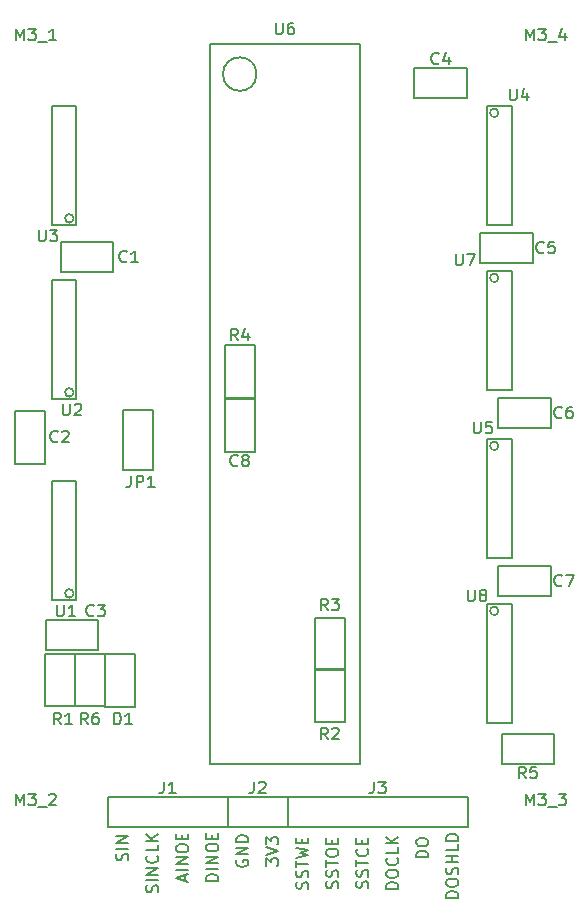
<source format=gto>
G04 #@! TF.FileFunction,Legend,Top*
%FSLAX46Y46*%
G04 Gerber Fmt 4.6, Leading zero omitted, Abs format (unit mm)*
G04 Created by KiCad (PCBNEW 4.0.7) date 05/24/21 14:21:38*
%MOMM*%
%LPD*%
G01*
G04 APERTURE LIST*
%ADD10C,0.200000*%
%ADD11C,0.150000*%
%ADD12C,0.300000*%
%ADD13R,1.600000X1.700000*%
%ADD14R,1.700000X1.600000*%
%ADD15C,2.000000*%
%ADD16R,3.000000X0.900000*%
%ADD17C,7.200000*%
G04 APERTURE END LIST*
D10*
X40706381Y-81506476D02*
X39706381Y-81506476D01*
X39706381Y-81268381D01*
X39754000Y-81125523D01*
X39849238Y-81030285D01*
X39944476Y-80982666D01*
X40134952Y-80935047D01*
X40277810Y-80935047D01*
X40468286Y-80982666D01*
X40563524Y-81030285D01*
X40658762Y-81125523D01*
X40706381Y-81268381D01*
X40706381Y-81506476D01*
X39706381Y-80316000D02*
X39706381Y-80125523D01*
X39754000Y-80030285D01*
X39849238Y-79935047D01*
X40039714Y-79887428D01*
X40373048Y-79887428D01*
X40563524Y-79935047D01*
X40658762Y-80030285D01*
X40706381Y-80125523D01*
X40706381Y-80316000D01*
X40658762Y-80411238D01*
X40563524Y-80506476D01*
X40373048Y-80554095D01*
X40039714Y-80554095D01*
X39849238Y-80506476D01*
X39754000Y-80411238D01*
X39706381Y-80316000D01*
X40658762Y-79506476D02*
X40706381Y-79363619D01*
X40706381Y-79125523D01*
X40658762Y-79030285D01*
X40611143Y-78982666D01*
X40515905Y-78935047D01*
X40420667Y-78935047D01*
X40325429Y-78982666D01*
X40277810Y-79030285D01*
X40230190Y-79125523D01*
X40182571Y-79316000D01*
X40134952Y-79411238D01*
X40087333Y-79458857D01*
X39992095Y-79506476D01*
X39896857Y-79506476D01*
X39801619Y-79458857D01*
X39754000Y-79411238D01*
X39706381Y-79316000D01*
X39706381Y-79077904D01*
X39754000Y-78935047D01*
X40706381Y-78506476D02*
X39706381Y-78506476D01*
X40182571Y-78506476D02*
X40182571Y-77935047D01*
X40706381Y-77935047D02*
X39706381Y-77935047D01*
X40706381Y-76982666D02*
X40706381Y-77458857D01*
X39706381Y-77458857D01*
X40706381Y-76649333D02*
X39706381Y-76649333D01*
X39706381Y-76411238D01*
X39754000Y-76268380D01*
X39849238Y-76173142D01*
X39944476Y-76125523D01*
X40134952Y-76077904D01*
X40277810Y-76077904D01*
X40468286Y-76125523D01*
X40563524Y-76173142D01*
X40658762Y-76268380D01*
X40706381Y-76411238D01*
X40706381Y-76649333D01*
X38166381Y-78077714D02*
X37166381Y-78077714D01*
X37166381Y-77839619D01*
X37214000Y-77696761D01*
X37309238Y-77601523D01*
X37404476Y-77553904D01*
X37594952Y-77506285D01*
X37737810Y-77506285D01*
X37928286Y-77553904D01*
X38023524Y-77601523D01*
X38118762Y-77696761D01*
X38166381Y-77839619D01*
X38166381Y-78077714D01*
X37166381Y-76887238D02*
X37166381Y-76696761D01*
X37214000Y-76601523D01*
X37309238Y-76506285D01*
X37499714Y-76458666D01*
X37833048Y-76458666D01*
X38023524Y-76506285D01*
X38118762Y-76601523D01*
X38166381Y-76696761D01*
X38166381Y-76887238D01*
X38118762Y-76982476D01*
X38023524Y-77077714D01*
X37833048Y-77125333D01*
X37499714Y-77125333D01*
X37309238Y-77077714D01*
X37214000Y-76982476D01*
X37166381Y-76887238D01*
X35626381Y-80752476D02*
X34626381Y-80752476D01*
X34626381Y-80514381D01*
X34674000Y-80371523D01*
X34769238Y-80276285D01*
X34864476Y-80228666D01*
X35054952Y-80181047D01*
X35197810Y-80181047D01*
X35388286Y-80228666D01*
X35483524Y-80276285D01*
X35578762Y-80371523D01*
X35626381Y-80514381D01*
X35626381Y-80752476D01*
X34626381Y-79562000D02*
X34626381Y-79371523D01*
X34674000Y-79276285D01*
X34769238Y-79181047D01*
X34959714Y-79133428D01*
X35293048Y-79133428D01*
X35483524Y-79181047D01*
X35578762Y-79276285D01*
X35626381Y-79371523D01*
X35626381Y-79562000D01*
X35578762Y-79657238D01*
X35483524Y-79752476D01*
X35293048Y-79800095D01*
X34959714Y-79800095D01*
X34769238Y-79752476D01*
X34674000Y-79657238D01*
X34626381Y-79562000D01*
X35531143Y-78133428D02*
X35578762Y-78181047D01*
X35626381Y-78323904D01*
X35626381Y-78419142D01*
X35578762Y-78562000D01*
X35483524Y-78657238D01*
X35388286Y-78704857D01*
X35197810Y-78752476D01*
X35054952Y-78752476D01*
X34864476Y-78704857D01*
X34769238Y-78657238D01*
X34674000Y-78562000D01*
X34626381Y-78419142D01*
X34626381Y-78323904D01*
X34674000Y-78181047D01*
X34721619Y-78133428D01*
X35626381Y-77228666D02*
X35626381Y-77704857D01*
X34626381Y-77704857D01*
X35626381Y-76895333D02*
X34626381Y-76895333D01*
X35626381Y-76323904D02*
X35054952Y-76752476D01*
X34626381Y-76323904D02*
X35197810Y-76895333D01*
X33038762Y-80657238D02*
X33086381Y-80514381D01*
X33086381Y-80276285D01*
X33038762Y-80181047D01*
X32991143Y-80133428D01*
X32895905Y-80085809D01*
X32800667Y-80085809D01*
X32705429Y-80133428D01*
X32657810Y-80181047D01*
X32610190Y-80276285D01*
X32562571Y-80466762D01*
X32514952Y-80562000D01*
X32467333Y-80609619D01*
X32372095Y-80657238D01*
X32276857Y-80657238D01*
X32181619Y-80609619D01*
X32134000Y-80562000D01*
X32086381Y-80466762D01*
X32086381Y-80228666D01*
X32134000Y-80085809D01*
X33038762Y-79704857D02*
X33086381Y-79562000D01*
X33086381Y-79323904D01*
X33038762Y-79228666D01*
X32991143Y-79181047D01*
X32895905Y-79133428D01*
X32800667Y-79133428D01*
X32705429Y-79181047D01*
X32657810Y-79228666D01*
X32610190Y-79323904D01*
X32562571Y-79514381D01*
X32514952Y-79609619D01*
X32467333Y-79657238D01*
X32372095Y-79704857D01*
X32276857Y-79704857D01*
X32181619Y-79657238D01*
X32134000Y-79609619D01*
X32086381Y-79514381D01*
X32086381Y-79276285D01*
X32134000Y-79133428D01*
X32086381Y-78847714D02*
X32086381Y-78276285D01*
X33086381Y-78562000D02*
X32086381Y-78562000D01*
X32991143Y-77371523D02*
X33038762Y-77419142D01*
X33086381Y-77561999D01*
X33086381Y-77657237D01*
X33038762Y-77800095D01*
X32943524Y-77895333D01*
X32848286Y-77942952D01*
X32657810Y-77990571D01*
X32514952Y-77990571D01*
X32324476Y-77942952D01*
X32229238Y-77895333D01*
X32134000Y-77800095D01*
X32086381Y-77657237D01*
X32086381Y-77561999D01*
X32134000Y-77419142D01*
X32181619Y-77371523D01*
X32562571Y-76942952D02*
X32562571Y-76609618D01*
X33086381Y-76466761D02*
X33086381Y-76942952D01*
X32086381Y-76942952D01*
X32086381Y-76466761D01*
X30498762Y-80681048D02*
X30546381Y-80538191D01*
X30546381Y-80300095D01*
X30498762Y-80204857D01*
X30451143Y-80157238D01*
X30355905Y-80109619D01*
X30260667Y-80109619D01*
X30165429Y-80157238D01*
X30117810Y-80204857D01*
X30070190Y-80300095D01*
X30022571Y-80490572D01*
X29974952Y-80585810D01*
X29927333Y-80633429D01*
X29832095Y-80681048D01*
X29736857Y-80681048D01*
X29641619Y-80633429D01*
X29594000Y-80585810D01*
X29546381Y-80490572D01*
X29546381Y-80252476D01*
X29594000Y-80109619D01*
X30498762Y-79728667D02*
X30546381Y-79585810D01*
X30546381Y-79347714D01*
X30498762Y-79252476D01*
X30451143Y-79204857D01*
X30355905Y-79157238D01*
X30260667Y-79157238D01*
X30165429Y-79204857D01*
X30117810Y-79252476D01*
X30070190Y-79347714D01*
X30022571Y-79538191D01*
X29974952Y-79633429D01*
X29927333Y-79681048D01*
X29832095Y-79728667D01*
X29736857Y-79728667D01*
X29641619Y-79681048D01*
X29594000Y-79633429D01*
X29546381Y-79538191D01*
X29546381Y-79300095D01*
X29594000Y-79157238D01*
X29546381Y-78871524D02*
X29546381Y-78300095D01*
X30546381Y-78585810D02*
X29546381Y-78585810D01*
X29546381Y-77776286D02*
X29546381Y-77585809D01*
X29594000Y-77490571D01*
X29689238Y-77395333D01*
X29879714Y-77347714D01*
X30213048Y-77347714D01*
X30403524Y-77395333D01*
X30498762Y-77490571D01*
X30546381Y-77585809D01*
X30546381Y-77776286D01*
X30498762Y-77871524D01*
X30403524Y-77966762D01*
X30213048Y-78014381D01*
X29879714Y-78014381D01*
X29689238Y-77966762D01*
X29594000Y-77871524D01*
X29546381Y-77776286D01*
X30022571Y-76919143D02*
X30022571Y-76585809D01*
X30546381Y-76442952D02*
X30546381Y-76919143D01*
X29546381Y-76919143D01*
X29546381Y-76442952D01*
X27958762Y-80728667D02*
X28006381Y-80585810D01*
X28006381Y-80347714D01*
X27958762Y-80252476D01*
X27911143Y-80204857D01*
X27815905Y-80157238D01*
X27720667Y-80157238D01*
X27625429Y-80204857D01*
X27577810Y-80252476D01*
X27530190Y-80347714D01*
X27482571Y-80538191D01*
X27434952Y-80633429D01*
X27387333Y-80681048D01*
X27292095Y-80728667D01*
X27196857Y-80728667D01*
X27101619Y-80681048D01*
X27054000Y-80633429D01*
X27006381Y-80538191D01*
X27006381Y-80300095D01*
X27054000Y-80157238D01*
X27958762Y-79776286D02*
X28006381Y-79633429D01*
X28006381Y-79395333D01*
X27958762Y-79300095D01*
X27911143Y-79252476D01*
X27815905Y-79204857D01*
X27720667Y-79204857D01*
X27625429Y-79252476D01*
X27577810Y-79300095D01*
X27530190Y-79395333D01*
X27482571Y-79585810D01*
X27434952Y-79681048D01*
X27387333Y-79728667D01*
X27292095Y-79776286D01*
X27196857Y-79776286D01*
X27101619Y-79728667D01*
X27054000Y-79681048D01*
X27006381Y-79585810D01*
X27006381Y-79347714D01*
X27054000Y-79204857D01*
X27006381Y-78919143D02*
X27006381Y-78347714D01*
X28006381Y-78633429D02*
X27006381Y-78633429D01*
X27006381Y-78109619D02*
X28006381Y-77871524D01*
X27292095Y-77681047D01*
X28006381Y-77490571D01*
X27006381Y-77252476D01*
X27482571Y-76871524D02*
X27482571Y-76538190D01*
X28006381Y-76395333D02*
X28006381Y-76871524D01*
X27006381Y-76871524D01*
X27006381Y-76395333D01*
X24466381Y-78784095D02*
X24466381Y-78165047D01*
X24847333Y-78498381D01*
X24847333Y-78355523D01*
X24894952Y-78260285D01*
X24942571Y-78212666D01*
X25037810Y-78165047D01*
X25275905Y-78165047D01*
X25371143Y-78212666D01*
X25418762Y-78260285D01*
X25466381Y-78355523D01*
X25466381Y-78641238D01*
X25418762Y-78736476D01*
X25371143Y-78784095D01*
X24466381Y-77879333D02*
X25466381Y-77546000D01*
X24466381Y-77212666D01*
X24466381Y-76974571D02*
X24466381Y-76355523D01*
X24847333Y-76688857D01*
X24847333Y-76545999D01*
X24894952Y-76450761D01*
X24942571Y-76403142D01*
X25037810Y-76355523D01*
X25275905Y-76355523D01*
X25371143Y-76403142D01*
X25418762Y-76450761D01*
X25466381Y-76545999D01*
X25466381Y-76831714D01*
X25418762Y-76926952D01*
X25371143Y-76974571D01*
X21974000Y-78307904D02*
X21926381Y-78403142D01*
X21926381Y-78545999D01*
X21974000Y-78688857D01*
X22069238Y-78784095D01*
X22164476Y-78831714D01*
X22354952Y-78879333D01*
X22497810Y-78879333D01*
X22688286Y-78831714D01*
X22783524Y-78784095D01*
X22878762Y-78688857D01*
X22926381Y-78545999D01*
X22926381Y-78450761D01*
X22878762Y-78307904D01*
X22831143Y-78260285D01*
X22497810Y-78260285D01*
X22497810Y-78450761D01*
X22926381Y-77831714D02*
X21926381Y-77831714D01*
X22926381Y-77260285D01*
X21926381Y-77260285D01*
X22926381Y-76784095D02*
X21926381Y-76784095D01*
X21926381Y-76546000D01*
X21974000Y-76403142D01*
X22069238Y-76307904D01*
X22164476Y-76260285D01*
X22354952Y-76212666D01*
X22497810Y-76212666D01*
X22688286Y-76260285D01*
X22783524Y-76307904D01*
X22878762Y-76403142D01*
X22926381Y-76546000D01*
X22926381Y-76784095D01*
X20386381Y-80054000D02*
X19386381Y-80054000D01*
X19386381Y-79815905D01*
X19434000Y-79673047D01*
X19529238Y-79577809D01*
X19624476Y-79530190D01*
X19814952Y-79482571D01*
X19957810Y-79482571D01*
X20148286Y-79530190D01*
X20243524Y-79577809D01*
X20338762Y-79673047D01*
X20386381Y-79815905D01*
X20386381Y-80054000D01*
X20386381Y-79054000D02*
X19386381Y-79054000D01*
X20386381Y-78577810D02*
X19386381Y-78577810D01*
X20386381Y-78006381D01*
X19386381Y-78006381D01*
X19386381Y-77339715D02*
X19386381Y-77149238D01*
X19434000Y-77054000D01*
X19529238Y-76958762D01*
X19719714Y-76911143D01*
X20053048Y-76911143D01*
X20243524Y-76958762D01*
X20338762Y-77054000D01*
X20386381Y-77149238D01*
X20386381Y-77339715D01*
X20338762Y-77434953D01*
X20243524Y-77530191D01*
X20053048Y-77577810D01*
X19719714Y-77577810D01*
X19529238Y-77530191D01*
X19434000Y-77434953D01*
X19386381Y-77339715D01*
X19862571Y-76482572D02*
X19862571Y-76149238D01*
X20386381Y-76006381D02*
X20386381Y-76482572D01*
X19386381Y-76482572D01*
X19386381Y-76006381D01*
X17560667Y-80030190D02*
X17560667Y-79553999D01*
X17846381Y-80125428D02*
X16846381Y-79792095D01*
X17846381Y-79458761D01*
X17846381Y-79125428D02*
X16846381Y-79125428D01*
X17846381Y-78649238D02*
X16846381Y-78649238D01*
X17846381Y-78077809D01*
X16846381Y-78077809D01*
X16846381Y-77411143D02*
X16846381Y-77220666D01*
X16894000Y-77125428D01*
X16989238Y-77030190D01*
X17179714Y-76982571D01*
X17513048Y-76982571D01*
X17703524Y-77030190D01*
X17798762Y-77125428D01*
X17846381Y-77220666D01*
X17846381Y-77411143D01*
X17798762Y-77506381D01*
X17703524Y-77601619D01*
X17513048Y-77649238D01*
X17179714Y-77649238D01*
X16989238Y-77601619D01*
X16894000Y-77506381D01*
X16846381Y-77411143D01*
X17322571Y-76554000D02*
X17322571Y-76220666D01*
X17846381Y-76077809D02*
X17846381Y-76554000D01*
X16846381Y-76554000D01*
X16846381Y-76077809D01*
X15258762Y-81014381D02*
X15306381Y-80871524D01*
X15306381Y-80633428D01*
X15258762Y-80538190D01*
X15211143Y-80490571D01*
X15115905Y-80442952D01*
X15020667Y-80442952D01*
X14925429Y-80490571D01*
X14877810Y-80538190D01*
X14830190Y-80633428D01*
X14782571Y-80823905D01*
X14734952Y-80919143D01*
X14687333Y-80966762D01*
X14592095Y-81014381D01*
X14496857Y-81014381D01*
X14401619Y-80966762D01*
X14354000Y-80919143D01*
X14306381Y-80823905D01*
X14306381Y-80585809D01*
X14354000Y-80442952D01*
X15306381Y-80014381D02*
X14306381Y-80014381D01*
X15306381Y-79538191D02*
X14306381Y-79538191D01*
X15306381Y-78966762D01*
X14306381Y-78966762D01*
X15211143Y-77919143D02*
X15258762Y-77966762D01*
X15306381Y-78109619D01*
X15306381Y-78204857D01*
X15258762Y-78347715D01*
X15163524Y-78442953D01*
X15068286Y-78490572D01*
X14877810Y-78538191D01*
X14734952Y-78538191D01*
X14544476Y-78490572D01*
X14449238Y-78442953D01*
X14354000Y-78347715D01*
X14306381Y-78204857D01*
X14306381Y-78109619D01*
X14354000Y-77966762D01*
X14401619Y-77919143D01*
X15306381Y-77014381D02*
X15306381Y-77490572D01*
X14306381Y-77490572D01*
X15306381Y-76681048D02*
X14306381Y-76681048D01*
X15306381Y-76109619D02*
X14734952Y-76538191D01*
X14306381Y-76109619D02*
X14877810Y-76681048D01*
X12718762Y-78339619D02*
X12766381Y-78196762D01*
X12766381Y-77958666D01*
X12718762Y-77863428D01*
X12671143Y-77815809D01*
X12575905Y-77768190D01*
X12480667Y-77768190D01*
X12385429Y-77815809D01*
X12337810Y-77863428D01*
X12290190Y-77958666D01*
X12242571Y-78149143D01*
X12194952Y-78244381D01*
X12147333Y-78292000D01*
X12052095Y-78339619D01*
X11956857Y-78339619D01*
X11861619Y-78292000D01*
X11814000Y-78244381D01*
X11766381Y-78149143D01*
X11766381Y-77911047D01*
X11814000Y-77768190D01*
X12766381Y-77339619D02*
X11766381Y-77339619D01*
X12766381Y-76863429D02*
X11766381Y-76863429D01*
X12766381Y-76292000D01*
X11766381Y-76292000D01*
D11*
X7043500Y-25996700D02*
X11501200Y-25996700D01*
X11501200Y-25996700D02*
X11501200Y-28511300D01*
X11501200Y-28511300D02*
X7043500Y-28511300D01*
X7043500Y-28511300D02*
X7043500Y-25996700D01*
X5697300Y-40271500D02*
X5697300Y-44729200D01*
X5697300Y-44729200D02*
X3182700Y-44729200D01*
X3182700Y-44729200D02*
X3182700Y-40271500D01*
X3182700Y-40271500D02*
X5697300Y-40271500D01*
X5773500Y-58000700D02*
X10231200Y-58000700D01*
X10231200Y-58000700D02*
X10231200Y-60515300D01*
X10231200Y-60515300D02*
X5773500Y-60515300D01*
X5773500Y-60515300D02*
X5773500Y-58000700D01*
X41460500Y-13779300D02*
X37002800Y-13779300D01*
X37002800Y-13779300D02*
X37002800Y-11264700D01*
X37002800Y-11264700D02*
X41460500Y-11264700D01*
X41460500Y-11264700D02*
X41460500Y-13779300D01*
X47048500Y-27749300D02*
X42590800Y-27749300D01*
X42590800Y-27749300D02*
X42590800Y-25234700D01*
X42590800Y-25234700D02*
X47048500Y-25234700D01*
X47048500Y-25234700D02*
X47048500Y-27749300D01*
X48572500Y-41719300D02*
X44114800Y-41719300D01*
X44114800Y-41719300D02*
X44114800Y-39204700D01*
X44114800Y-39204700D02*
X48572500Y-39204700D01*
X48572500Y-39204700D02*
X48572500Y-41719300D01*
X48572500Y-55943300D02*
X44114800Y-55943300D01*
X44114800Y-55943300D02*
X44114800Y-53428700D01*
X44114800Y-53428700D02*
X48572500Y-53428700D01*
X48572500Y-53428700D02*
X48572500Y-55943300D01*
X23477300Y-39255500D02*
X23477300Y-43713200D01*
X23477300Y-43713200D02*
X20962700Y-43713200D01*
X20962700Y-43713200D02*
X20962700Y-39255500D01*
X20962700Y-39255500D02*
X23477300Y-39255500D01*
X13317300Y-60845500D02*
X13317300Y-65303200D01*
X13317300Y-65303200D02*
X10802700Y-65303200D01*
X10802700Y-65303200D02*
X10802700Y-60845500D01*
X10802700Y-60845500D02*
X13317300Y-60845500D01*
X18664000Y-72974000D02*
X21204000Y-72974000D01*
X21204000Y-72974000D02*
X21204000Y-75514000D01*
X21204000Y-75514000D02*
X18664000Y-75514000D01*
X11044000Y-72974000D02*
X18664000Y-72974000D01*
X18664000Y-75514000D02*
X11044000Y-75514000D01*
X11044000Y-75514000D02*
X11044000Y-72974000D01*
X26284000Y-75514000D02*
X21204000Y-75514000D01*
X21204000Y-75514000D02*
X21204000Y-72974000D01*
X21204000Y-72974000D02*
X26284000Y-72974000D01*
X26284000Y-72974000D02*
X26284000Y-75514000D01*
X26284000Y-72974000D02*
X41524000Y-72974000D01*
X41524000Y-72974000D02*
X41524000Y-75514000D01*
X41524000Y-75514000D02*
X26284000Y-75514000D01*
X26284000Y-75514000D02*
X26284000Y-72974000D01*
X14854000Y-40208000D02*
X14854000Y-45288000D01*
X14854000Y-45288000D02*
X12314000Y-45288000D01*
X12314000Y-45288000D02*
X12314000Y-40208000D01*
X12314000Y-40208000D02*
X14854000Y-40208000D01*
X5722700Y-65290500D02*
X5722700Y-60832800D01*
X5722700Y-60832800D02*
X8237300Y-60832800D01*
X8237300Y-60832800D02*
X8237300Y-65290500D01*
X8237300Y-65290500D02*
X5722700Y-65290500D01*
X31097300Y-62115500D02*
X31097300Y-66573200D01*
X31097300Y-66573200D02*
X28582700Y-66573200D01*
X28582700Y-66573200D02*
X28582700Y-62115500D01*
X28582700Y-62115500D02*
X31097300Y-62115500D01*
X28582700Y-62242500D02*
X28582700Y-57784800D01*
X28582700Y-57784800D02*
X31097300Y-57784800D01*
X31097300Y-57784800D02*
X31097300Y-62242500D01*
X31097300Y-62242500D02*
X28582700Y-62242500D01*
X23477300Y-34683500D02*
X23477300Y-39141200D01*
X23477300Y-39141200D02*
X20962700Y-39141200D01*
X20962700Y-39141200D02*
X20962700Y-34683500D01*
X20962700Y-34683500D02*
X23477300Y-34683500D01*
X44381500Y-67652700D02*
X48839200Y-67652700D01*
X48839200Y-67652700D02*
X48839200Y-70167300D01*
X48839200Y-70167300D02*
X44381500Y-70167300D01*
X44381500Y-70167300D02*
X44381500Y-67652700D01*
X8262700Y-65290500D02*
X8262700Y-60832800D01*
X8262700Y-60832800D02*
X10777300Y-60832800D01*
X10777300Y-60832800D02*
X10777300Y-65290500D01*
X10777300Y-65290500D02*
X8262700Y-65290500D01*
X8148555Y-55722000D02*
G75*
G03X8148555Y-55722000I-360555J0D01*
G01*
X8388000Y-56322000D02*
X6288000Y-56322000D01*
X6288000Y-56322000D02*
X6288000Y-55422000D01*
X6288000Y-55422000D02*
X6288000Y-52522000D01*
X6288000Y-52522000D02*
X6288000Y-46222000D01*
X6288000Y-46222000D02*
X8388000Y-46222000D01*
X8388000Y-46222000D02*
X8388000Y-56322000D01*
X8148555Y-38704000D02*
G75*
G03X8148555Y-38704000I-360555J0D01*
G01*
X8388000Y-39304000D02*
X6288000Y-39304000D01*
X6288000Y-39304000D02*
X6288000Y-38404000D01*
X6288000Y-38404000D02*
X6288000Y-35504000D01*
X6288000Y-35504000D02*
X6288000Y-29204000D01*
X6288000Y-29204000D02*
X8388000Y-29204000D01*
X8388000Y-29204000D02*
X8388000Y-39304000D01*
X8148555Y-23972000D02*
G75*
G03X8148555Y-23972000I-360555J0D01*
G01*
X8388000Y-24572000D02*
X6288000Y-24572000D01*
X6288000Y-24572000D02*
X6288000Y-23672000D01*
X6288000Y-23672000D02*
X6288000Y-20772000D01*
X6288000Y-20772000D02*
X6288000Y-14472000D01*
X6288000Y-14472000D02*
X8388000Y-14472000D01*
X8388000Y-14472000D02*
X8388000Y-24572000D01*
X44124555Y-15042000D02*
G75*
G03X44124555Y-15042000I-360555J0D01*
G01*
X43164000Y-14442000D02*
X45264000Y-14442000D01*
X45264000Y-14442000D02*
X45264000Y-15342000D01*
X45264000Y-15342000D02*
X45264000Y-18242000D01*
X45264000Y-18242000D02*
X45264000Y-24542000D01*
X45264000Y-24542000D02*
X43164000Y-24542000D01*
X43164000Y-24542000D02*
X43164000Y-14442000D01*
X44124555Y-43236000D02*
G75*
G03X44124555Y-43236000I-360555J0D01*
G01*
X43164000Y-42636000D02*
X45264000Y-42636000D01*
X45264000Y-42636000D02*
X45264000Y-43536000D01*
X45264000Y-43536000D02*
X45264000Y-46436000D01*
X45264000Y-46436000D02*
X45264000Y-52736000D01*
X45264000Y-52736000D02*
X43164000Y-52736000D01*
X43164000Y-52736000D02*
X43164000Y-42636000D01*
X23639903Y-11760000D02*
G75*
G03X23639903Y-11760000I-1419903J0D01*
G01*
X19680000Y-9220000D02*
X32380000Y-9220000D01*
X32380000Y-9220000D02*
X32380000Y-70180000D01*
X32380000Y-70180000D02*
X19680000Y-70180000D01*
X19680000Y-70180000D02*
X19680000Y-9220000D01*
X44124555Y-29012000D02*
G75*
G03X44124555Y-29012000I-360555J0D01*
G01*
X43164000Y-28412000D02*
X45264000Y-28412000D01*
X45264000Y-28412000D02*
X45264000Y-29312000D01*
X45264000Y-29312000D02*
X45264000Y-32212000D01*
X45264000Y-32212000D02*
X45264000Y-38512000D01*
X45264000Y-38512000D02*
X43164000Y-38512000D01*
X43164000Y-38512000D02*
X43164000Y-28412000D01*
X44124555Y-57206000D02*
G75*
G03X44124555Y-57206000I-360555J0D01*
G01*
X43164000Y-56606000D02*
X45264000Y-56606000D01*
X45264000Y-56606000D02*
X45264000Y-57506000D01*
X45264000Y-57506000D02*
X45264000Y-60406000D01*
X45264000Y-60406000D02*
X45264000Y-66706000D01*
X45264000Y-66706000D02*
X43164000Y-66706000D01*
X43164000Y-66706000D02*
X43164000Y-56606000D01*
X12655334Y-27611143D02*
X12607715Y-27658762D01*
X12464858Y-27706381D01*
X12369620Y-27706381D01*
X12226762Y-27658762D01*
X12131524Y-27563524D01*
X12083905Y-27468286D01*
X12036286Y-27277810D01*
X12036286Y-27134952D01*
X12083905Y-26944476D01*
X12131524Y-26849238D01*
X12226762Y-26754000D01*
X12369620Y-26706381D01*
X12464858Y-26706381D01*
X12607715Y-26754000D01*
X12655334Y-26801619D01*
X13607715Y-27706381D02*
X13036286Y-27706381D01*
X13322000Y-27706381D02*
X13322000Y-26706381D01*
X13226762Y-26849238D01*
X13131524Y-26944476D01*
X13036286Y-26992095D01*
X6813334Y-42851143D02*
X6765715Y-42898762D01*
X6622858Y-42946381D01*
X6527620Y-42946381D01*
X6384762Y-42898762D01*
X6289524Y-42803524D01*
X6241905Y-42708286D01*
X6194286Y-42517810D01*
X6194286Y-42374952D01*
X6241905Y-42184476D01*
X6289524Y-42089238D01*
X6384762Y-41994000D01*
X6527620Y-41946381D01*
X6622858Y-41946381D01*
X6765715Y-41994000D01*
X6813334Y-42041619D01*
X7194286Y-42041619D02*
X7241905Y-41994000D01*
X7337143Y-41946381D01*
X7575239Y-41946381D01*
X7670477Y-41994000D01*
X7718096Y-42041619D01*
X7765715Y-42136857D01*
X7765715Y-42232095D01*
X7718096Y-42374952D01*
X7146667Y-42946381D01*
X7765715Y-42946381D01*
X9861334Y-57583143D02*
X9813715Y-57630762D01*
X9670858Y-57678381D01*
X9575620Y-57678381D01*
X9432762Y-57630762D01*
X9337524Y-57535524D01*
X9289905Y-57440286D01*
X9242286Y-57249810D01*
X9242286Y-57106952D01*
X9289905Y-56916476D01*
X9337524Y-56821238D01*
X9432762Y-56726000D01*
X9575620Y-56678381D01*
X9670858Y-56678381D01*
X9813715Y-56726000D01*
X9861334Y-56773619D01*
X10194667Y-56678381D02*
X10813715Y-56678381D01*
X10480381Y-57059333D01*
X10623239Y-57059333D01*
X10718477Y-57106952D01*
X10766096Y-57154571D01*
X10813715Y-57249810D01*
X10813715Y-57487905D01*
X10766096Y-57583143D01*
X10718477Y-57630762D01*
X10623239Y-57678381D01*
X10337524Y-57678381D01*
X10242286Y-57630762D01*
X10194667Y-57583143D01*
X39071334Y-10847143D02*
X39023715Y-10894762D01*
X38880858Y-10942381D01*
X38785620Y-10942381D01*
X38642762Y-10894762D01*
X38547524Y-10799524D01*
X38499905Y-10704286D01*
X38452286Y-10513810D01*
X38452286Y-10370952D01*
X38499905Y-10180476D01*
X38547524Y-10085238D01*
X38642762Y-9990000D01*
X38785620Y-9942381D01*
X38880858Y-9942381D01*
X39023715Y-9990000D01*
X39071334Y-10037619D01*
X39928477Y-10275714D02*
X39928477Y-10942381D01*
X39690381Y-9894762D02*
X39452286Y-10609048D01*
X40071334Y-10609048D01*
X47961334Y-26849143D02*
X47913715Y-26896762D01*
X47770858Y-26944381D01*
X47675620Y-26944381D01*
X47532762Y-26896762D01*
X47437524Y-26801524D01*
X47389905Y-26706286D01*
X47342286Y-26515810D01*
X47342286Y-26372952D01*
X47389905Y-26182476D01*
X47437524Y-26087238D01*
X47532762Y-25992000D01*
X47675620Y-25944381D01*
X47770858Y-25944381D01*
X47913715Y-25992000D01*
X47961334Y-26039619D01*
X48866096Y-25944381D02*
X48389905Y-25944381D01*
X48342286Y-26420571D01*
X48389905Y-26372952D01*
X48485143Y-26325333D01*
X48723239Y-26325333D01*
X48818477Y-26372952D01*
X48866096Y-26420571D01*
X48913715Y-26515810D01*
X48913715Y-26753905D01*
X48866096Y-26849143D01*
X48818477Y-26896762D01*
X48723239Y-26944381D01*
X48485143Y-26944381D01*
X48389905Y-26896762D01*
X48342286Y-26849143D01*
X49485334Y-40819143D02*
X49437715Y-40866762D01*
X49294858Y-40914381D01*
X49199620Y-40914381D01*
X49056762Y-40866762D01*
X48961524Y-40771524D01*
X48913905Y-40676286D01*
X48866286Y-40485810D01*
X48866286Y-40342952D01*
X48913905Y-40152476D01*
X48961524Y-40057238D01*
X49056762Y-39962000D01*
X49199620Y-39914381D01*
X49294858Y-39914381D01*
X49437715Y-39962000D01*
X49485334Y-40009619D01*
X50342477Y-39914381D02*
X50152000Y-39914381D01*
X50056762Y-39962000D01*
X50009143Y-40009619D01*
X49913905Y-40152476D01*
X49866286Y-40342952D01*
X49866286Y-40723905D01*
X49913905Y-40819143D01*
X49961524Y-40866762D01*
X50056762Y-40914381D01*
X50247239Y-40914381D01*
X50342477Y-40866762D01*
X50390096Y-40819143D01*
X50437715Y-40723905D01*
X50437715Y-40485810D01*
X50390096Y-40390571D01*
X50342477Y-40342952D01*
X50247239Y-40295333D01*
X50056762Y-40295333D01*
X49961524Y-40342952D01*
X49913905Y-40390571D01*
X49866286Y-40485810D01*
X49485334Y-55043143D02*
X49437715Y-55090762D01*
X49294858Y-55138381D01*
X49199620Y-55138381D01*
X49056762Y-55090762D01*
X48961524Y-54995524D01*
X48913905Y-54900286D01*
X48866286Y-54709810D01*
X48866286Y-54566952D01*
X48913905Y-54376476D01*
X48961524Y-54281238D01*
X49056762Y-54186000D01*
X49199620Y-54138381D01*
X49294858Y-54138381D01*
X49437715Y-54186000D01*
X49485334Y-54233619D01*
X49818667Y-54138381D02*
X50485334Y-54138381D01*
X50056762Y-55138381D01*
X22053334Y-44883143D02*
X22005715Y-44930762D01*
X21862858Y-44978381D01*
X21767620Y-44978381D01*
X21624762Y-44930762D01*
X21529524Y-44835524D01*
X21481905Y-44740286D01*
X21434286Y-44549810D01*
X21434286Y-44406952D01*
X21481905Y-44216476D01*
X21529524Y-44121238D01*
X21624762Y-44026000D01*
X21767620Y-43978381D01*
X21862858Y-43978381D01*
X22005715Y-44026000D01*
X22053334Y-44073619D01*
X22624762Y-44406952D02*
X22529524Y-44359333D01*
X22481905Y-44311714D01*
X22434286Y-44216476D01*
X22434286Y-44168857D01*
X22481905Y-44073619D01*
X22529524Y-44026000D01*
X22624762Y-43978381D01*
X22815239Y-43978381D01*
X22910477Y-44026000D01*
X22958096Y-44073619D01*
X23005715Y-44168857D01*
X23005715Y-44216476D01*
X22958096Y-44311714D01*
X22910477Y-44359333D01*
X22815239Y-44406952D01*
X22624762Y-44406952D01*
X22529524Y-44454571D01*
X22481905Y-44502190D01*
X22434286Y-44597429D01*
X22434286Y-44787905D01*
X22481905Y-44883143D01*
X22529524Y-44930762D01*
X22624762Y-44978381D01*
X22815239Y-44978381D01*
X22910477Y-44930762D01*
X22958096Y-44883143D01*
X23005715Y-44787905D01*
X23005715Y-44597429D01*
X22958096Y-44502190D01*
X22910477Y-44454571D01*
X22815239Y-44406952D01*
X11575905Y-66822381D02*
X11575905Y-65822381D01*
X11814000Y-65822381D01*
X11956858Y-65870000D01*
X12052096Y-65965238D01*
X12099715Y-66060476D01*
X12147334Y-66250952D01*
X12147334Y-66393810D01*
X12099715Y-66584286D01*
X12052096Y-66679524D01*
X11956858Y-66774762D01*
X11814000Y-66822381D01*
X11575905Y-66822381D01*
X13099715Y-66822381D02*
X12528286Y-66822381D01*
X12814000Y-66822381D02*
X12814000Y-65822381D01*
X12718762Y-65965238D01*
X12623524Y-66060476D01*
X12528286Y-66108095D01*
X15790667Y-71664381D02*
X15790667Y-72378667D01*
X15743047Y-72521524D01*
X15647809Y-72616762D01*
X15504952Y-72664381D01*
X15409714Y-72664381D01*
X16790667Y-72664381D02*
X16219238Y-72664381D01*
X16504952Y-72664381D02*
X16504952Y-71664381D01*
X16409714Y-71807238D01*
X16314476Y-71902476D01*
X16219238Y-71950095D01*
X23410667Y-71664381D02*
X23410667Y-72378667D01*
X23363047Y-72521524D01*
X23267809Y-72616762D01*
X23124952Y-72664381D01*
X23029714Y-72664381D01*
X23839238Y-71759619D02*
X23886857Y-71712000D01*
X23982095Y-71664381D01*
X24220191Y-71664381D01*
X24315429Y-71712000D01*
X24363048Y-71759619D01*
X24410667Y-71854857D01*
X24410667Y-71950095D01*
X24363048Y-72092952D01*
X23791619Y-72664381D01*
X24410667Y-72664381D01*
X33570667Y-71664381D02*
X33570667Y-72378667D01*
X33523047Y-72521524D01*
X33427809Y-72616762D01*
X33284952Y-72664381D01*
X33189714Y-72664381D01*
X33951619Y-71664381D02*
X34570667Y-71664381D01*
X34237333Y-72045333D01*
X34380191Y-72045333D01*
X34475429Y-72092952D01*
X34523048Y-72140571D01*
X34570667Y-72235810D01*
X34570667Y-72473905D01*
X34523048Y-72569143D01*
X34475429Y-72616762D01*
X34380191Y-72664381D01*
X34094476Y-72664381D01*
X33999238Y-72616762D01*
X33951619Y-72569143D01*
X13004667Y-45756381D02*
X13004667Y-46470667D01*
X12957047Y-46613524D01*
X12861809Y-46708762D01*
X12718952Y-46756381D01*
X12623714Y-46756381D01*
X13480857Y-46756381D02*
X13480857Y-45756381D01*
X13861810Y-45756381D01*
X13957048Y-45804000D01*
X14004667Y-45851619D01*
X14052286Y-45946857D01*
X14052286Y-46089714D01*
X14004667Y-46184952D01*
X13957048Y-46232571D01*
X13861810Y-46280190D01*
X13480857Y-46280190D01*
X15004667Y-46756381D02*
X14433238Y-46756381D01*
X14718952Y-46756381D02*
X14718952Y-45756381D01*
X14623714Y-45899238D01*
X14528476Y-45994476D01*
X14433238Y-46042095D01*
X7067334Y-66822381D02*
X6734000Y-66346190D01*
X6495905Y-66822381D02*
X6495905Y-65822381D01*
X6876858Y-65822381D01*
X6972096Y-65870000D01*
X7019715Y-65917619D01*
X7067334Y-66012857D01*
X7067334Y-66155714D01*
X7019715Y-66250952D01*
X6972096Y-66298571D01*
X6876858Y-66346190D01*
X6495905Y-66346190D01*
X8019715Y-66822381D02*
X7448286Y-66822381D01*
X7734000Y-66822381D02*
X7734000Y-65822381D01*
X7638762Y-65965238D01*
X7543524Y-66060476D01*
X7448286Y-66108095D01*
X29673334Y-68092381D02*
X29340000Y-67616190D01*
X29101905Y-68092381D02*
X29101905Y-67092381D01*
X29482858Y-67092381D01*
X29578096Y-67140000D01*
X29625715Y-67187619D01*
X29673334Y-67282857D01*
X29673334Y-67425714D01*
X29625715Y-67520952D01*
X29578096Y-67568571D01*
X29482858Y-67616190D01*
X29101905Y-67616190D01*
X30054286Y-67187619D02*
X30101905Y-67140000D01*
X30197143Y-67092381D01*
X30435239Y-67092381D01*
X30530477Y-67140000D01*
X30578096Y-67187619D01*
X30625715Y-67282857D01*
X30625715Y-67378095D01*
X30578096Y-67520952D01*
X30006667Y-68092381D01*
X30625715Y-68092381D01*
X29673334Y-57170381D02*
X29340000Y-56694190D01*
X29101905Y-57170381D02*
X29101905Y-56170381D01*
X29482858Y-56170381D01*
X29578096Y-56218000D01*
X29625715Y-56265619D01*
X29673334Y-56360857D01*
X29673334Y-56503714D01*
X29625715Y-56598952D01*
X29578096Y-56646571D01*
X29482858Y-56694190D01*
X29101905Y-56694190D01*
X30006667Y-56170381D02*
X30625715Y-56170381D01*
X30292381Y-56551333D01*
X30435239Y-56551333D01*
X30530477Y-56598952D01*
X30578096Y-56646571D01*
X30625715Y-56741810D01*
X30625715Y-56979905D01*
X30578096Y-57075143D01*
X30530477Y-57122762D01*
X30435239Y-57170381D01*
X30149524Y-57170381D01*
X30054286Y-57122762D01*
X30006667Y-57075143D01*
X22053334Y-34310381D02*
X21720000Y-33834190D01*
X21481905Y-34310381D02*
X21481905Y-33310381D01*
X21862858Y-33310381D01*
X21958096Y-33358000D01*
X22005715Y-33405619D01*
X22053334Y-33500857D01*
X22053334Y-33643714D01*
X22005715Y-33738952D01*
X21958096Y-33786571D01*
X21862858Y-33834190D01*
X21481905Y-33834190D01*
X22910477Y-33643714D02*
X22910477Y-34310381D01*
X22672381Y-33262762D02*
X22434286Y-33977048D01*
X23053334Y-33977048D01*
X46437334Y-71394381D02*
X46104000Y-70918190D01*
X45865905Y-71394381D02*
X45865905Y-70394381D01*
X46246858Y-70394381D01*
X46342096Y-70442000D01*
X46389715Y-70489619D01*
X46437334Y-70584857D01*
X46437334Y-70727714D01*
X46389715Y-70822952D01*
X46342096Y-70870571D01*
X46246858Y-70918190D01*
X45865905Y-70918190D01*
X47342096Y-70394381D02*
X46865905Y-70394381D01*
X46818286Y-70870571D01*
X46865905Y-70822952D01*
X46961143Y-70775333D01*
X47199239Y-70775333D01*
X47294477Y-70822952D01*
X47342096Y-70870571D01*
X47389715Y-70965810D01*
X47389715Y-71203905D01*
X47342096Y-71299143D01*
X47294477Y-71346762D01*
X47199239Y-71394381D01*
X46961143Y-71394381D01*
X46865905Y-71346762D01*
X46818286Y-71299143D01*
X9353334Y-66822381D02*
X9020000Y-66346190D01*
X8781905Y-66822381D02*
X8781905Y-65822381D01*
X9162858Y-65822381D01*
X9258096Y-65870000D01*
X9305715Y-65917619D01*
X9353334Y-66012857D01*
X9353334Y-66155714D01*
X9305715Y-66250952D01*
X9258096Y-66298571D01*
X9162858Y-66346190D01*
X8781905Y-66346190D01*
X10210477Y-65822381D02*
X10020000Y-65822381D01*
X9924762Y-65870000D01*
X9877143Y-65917619D01*
X9781905Y-66060476D01*
X9734286Y-66250952D01*
X9734286Y-66631905D01*
X9781905Y-66727143D01*
X9829524Y-66774762D01*
X9924762Y-66822381D01*
X10115239Y-66822381D01*
X10210477Y-66774762D01*
X10258096Y-66727143D01*
X10305715Y-66631905D01*
X10305715Y-66393810D01*
X10258096Y-66298571D01*
X10210477Y-66250952D01*
X10115239Y-66203333D01*
X9924762Y-66203333D01*
X9829524Y-66250952D01*
X9781905Y-66298571D01*
X9734286Y-66393810D01*
X6726095Y-56678381D02*
X6726095Y-57487905D01*
X6773714Y-57583143D01*
X6821333Y-57630762D01*
X6916571Y-57678381D01*
X7107048Y-57678381D01*
X7202286Y-57630762D01*
X7249905Y-57583143D01*
X7297524Y-57487905D01*
X7297524Y-56678381D01*
X8297524Y-57678381D02*
X7726095Y-57678381D01*
X8011809Y-57678381D02*
X8011809Y-56678381D01*
X7916571Y-56821238D01*
X7821333Y-56916476D01*
X7726095Y-56964095D01*
X7234095Y-39660381D02*
X7234095Y-40469905D01*
X7281714Y-40565143D01*
X7329333Y-40612762D01*
X7424571Y-40660381D01*
X7615048Y-40660381D01*
X7710286Y-40612762D01*
X7757905Y-40565143D01*
X7805524Y-40469905D01*
X7805524Y-39660381D01*
X8234095Y-39755619D02*
X8281714Y-39708000D01*
X8376952Y-39660381D01*
X8615048Y-39660381D01*
X8710286Y-39708000D01*
X8757905Y-39755619D01*
X8805524Y-39850857D01*
X8805524Y-39946095D01*
X8757905Y-40088952D01*
X8186476Y-40660381D01*
X8805524Y-40660381D01*
X5202095Y-24928381D02*
X5202095Y-25737905D01*
X5249714Y-25833143D01*
X5297333Y-25880762D01*
X5392571Y-25928381D01*
X5583048Y-25928381D01*
X5678286Y-25880762D01*
X5725905Y-25833143D01*
X5773524Y-25737905D01*
X5773524Y-24928381D01*
X6154476Y-24928381D02*
X6773524Y-24928381D01*
X6440190Y-25309333D01*
X6583048Y-25309333D01*
X6678286Y-25356952D01*
X6725905Y-25404571D01*
X6773524Y-25499810D01*
X6773524Y-25737905D01*
X6725905Y-25833143D01*
X6678286Y-25880762D01*
X6583048Y-25928381D01*
X6297333Y-25928381D01*
X6202095Y-25880762D01*
X6154476Y-25833143D01*
X45080095Y-12990381D02*
X45080095Y-13799905D01*
X45127714Y-13895143D01*
X45175333Y-13942762D01*
X45270571Y-13990381D01*
X45461048Y-13990381D01*
X45556286Y-13942762D01*
X45603905Y-13895143D01*
X45651524Y-13799905D01*
X45651524Y-12990381D01*
X46556286Y-13323714D02*
X46556286Y-13990381D01*
X46318190Y-12942762D02*
X46080095Y-13657048D01*
X46699143Y-13657048D01*
X42032095Y-41184381D02*
X42032095Y-41993905D01*
X42079714Y-42089143D01*
X42127333Y-42136762D01*
X42222571Y-42184381D01*
X42413048Y-42184381D01*
X42508286Y-42136762D01*
X42555905Y-42089143D01*
X42603524Y-41993905D01*
X42603524Y-41184381D01*
X43555905Y-41184381D02*
X43079714Y-41184381D01*
X43032095Y-41660571D01*
X43079714Y-41612952D01*
X43174952Y-41565333D01*
X43413048Y-41565333D01*
X43508286Y-41612952D01*
X43555905Y-41660571D01*
X43603524Y-41755810D01*
X43603524Y-41993905D01*
X43555905Y-42089143D01*
X43508286Y-42136762D01*
X43413048Y-42184381D01*
X43174952Y-42184381D01*
X43079714Y-42136762D01*
X43032095Y-42089143D01*
X25268095Y-7402381D02*
X25268095Y-8211905D01*
X25315714Y-8307143D01*
X25363333Y-8354762D01*
X25458571Y-8402381D01*
X25649048Y-8402381D01*
X25744286Y-8354762D01*
X25791905Y-8307143D01*
X25839524Y-8211905D01*
X25839524Y-7402381D01*
X26744286Y-7402381D02*
X26553809Y-7402381D01*
X26458571Y-7450000D01*
X26410952Y-7497619D01*
X26315714Y-7640476D01*
X26268095Y-7830952D01*
X26268095Y-8211905D01*
X26315714Y-8307143D01*
X26363333Y-8354762D01*
X26458571Y-8402381D01*
X26649048Y-8402381D01*
X26744286Y-8354762D01*
X26791905Y-8307143D01*
X26839524Y-8211905D01*
X26839524Y-7973810D01*
X26791905Y-7878571D01*
X26744286Y-7830952D01*
X26649048Y-7783333D01*
X26458571Y-7783333D01*
X26363333Y-7830952D01*
X26315714Y-7878571D01*
X26268095Y-7973810D01*
X40508095Y-26960381D02*
X40508095Y-27769905D01*
X40555714Y-27865143D01*
X40603333Y-27912762D01*
X40698571Y-27960381D01*
X40889048Y-27960381D01*
X40984286Y-27912762D01*
X41031905Y-27865143D01*
X41079524Y-27769905D01*
X41079524Y-26960381D01*
X41460476Y-26960381D02*
X42127143Y-26960381D01*
X41698571Y-27960381D01*
X41524095Y-55408381D02*
X41524095Y-56217905D01*
X41571714Y-56313143D01*
X41619333Y-56360762D01*
X41714571Y-56408381D01*
X41905048Y-56408381D01*
X42000286Y-56360762D01*
X42047905Y-56313143D01*
X42095524Y-56217905D01*
X42095524Y-55408381D01*
X42714571Y-55836952D02*
X42619333Y-55789333D01*
X42571714Y-55741714D01*
X42524095Y-55646476D01*
X42524095Y-55598857D01*
X42571714Y-55503619D01*
X42619333Y-55456000D01*
X42714571Y-55408381D01*
X42905048Y-55408381D01*
X43000286Y-55456000D01*
X43047905Y-55503619D01*
X43095524Y-55598857D01*
X43095524Y-55646476D01*
X43047905Y-55741714D01*
X43000286Y-55789333D01*
X42905048Y-55836952D01*
X42714571Y-55836952D01*
X42619333Y-55884571D01*
X42571714Y-55932190D01*
X42524095Y-56027429D01*
X42524095Y-56217905D01*
X42571714Y-56313143D01*
X42619333Y-56360762D01*
X42714571Y-56408381D01*
X42905048Y-56408381D01*
X43000286Y-56360762D01*
X43047905Y-56313143D01*
X43095524Y-56217905D01*
X43095524Y-56027429D01*
X43047905Y-55932190D01*
X43000286Y-55884571D01*
X42905048Y-55836952D01*
D10*
X46461333Y-73680381D02*
X46461333Y-72680381D01*
X46794667Y-73394667D01*
X47128000Y-72680381D01*
X47128000Y-73680381D01*
X47508952Y-72680381D02*
X48128000Y-72680381D01*
X47794666Y-73061333D01*
X47937524Y-73061333D01*
X48032762Y-73108952D01*
X48080381Y-73156571D01*
X48128000Y-73251810D01*
X48128000Y-73489905D01*
X48080381Y-73585143D01*
X48032762Y-73632762D01*
X47937524Y-73680381D01*
X47651809Y-73680381D01*
X47556571Y-73632762D01*
X47508952Y-73585143D01*
X48318476Y-73775619D02*
X49080381Y-73775619D01*
X49223238Y-72680381D02*
X49842286Y-72680381D01*
X49508952Y-73061333D01*
X49651810Y-73061333D01*
X49747048Y-73108952D01*
X49794667Y-73156571D01*
X49842286Y-73251810D01*
X49842286Y-73489905D01*
X49794667Y-73585143D01*
X49747048Y-73632762D01*
X49651810Y-73680381D01*
X49366095Y-73680381D01*
X49270857Y-73632762D01*
X49223238Y-73585143D01*
X3281333Y-73680381D02*
X3281333Y-72680381D01*
X3614667Y-73394667D01*
X3948000Y-72680381D01*
X3948000Y-73680381D01*
X4328952Y-72680381D02*
X4948000Y-72680381D01*
X4614666Y-73061333D01*
X4757524Y-73061333D01*
X4852762Y-73108952D01*
X4900381Y-73156571D01*
X4948000Y-73251810D01*
X4948000Y-73489905D01*
X4900381Y-73585143D01*
X4852762Y-73632762D01*
X4757524Y-73680381D01*
X4471809Y-73680381D01*
X4376571Y-73632762D01*
X4328952Y-73585143D01*
X5138476Y-73775619D02*
X5900381Y-73775619D01*
X6090857Y-72775619D02*
X6138476Y-72728000D01*
X6233714Y-72680381D01*
X6471810Y-72680381D01*
X6567048Y-72728000D01*
X6614667Y-72775619D01*
X6662286Y-72870857D01*
X6662286Y-72966095D01*
X6614667Y-73108952D01*
X6043238Y-73680381D01*
X6662286Y-73680381D01*
X3281333Y-8910381D02*
X3281333Y-7910381D01*
X3614667Y-8624667D01*
X3948000Y-7910381D01*
X3948000Y-8910381D01*
X4328952Y-7910381D02*
X4948000Y-7910381D01*
X4614666Y-8291333D01*
X4757524Y-8291333D01*
X4852762Y-8338952D01*
X4900381Y-8386571D01*
X4948000Y-8481810D01*
X4948000Y-8719905D01*
X4900381Y-8815143D01*
X4852762Y-8862762D01*
X4757524Y-8910381D01*
X4471809Y-8910381D01*
X4376571Y-8862762D01*
X4328952Y-8815143D01*
X5138476Y-9005619D02*
X5900381Y-9005619D01*
X6662286Y-8910381D02*
X6090857Y-8910381D01*
X6376571Y-8910381D02*
X6376571Y-7910381D01*
X6281333Y-8053238D01*
X6186095Y-8148476D01*
X6090857Y-8196095D01*
X46461333Y-8910381D02*
X46461333Y-7910381D01*
X46794667Y-8624667D01*
X47128000Y-7910381D01*
X47128000Y-8910381D01*
X47508952Y-7910381D02*
X48128000Y-7910381D01*
X47794666Y-8291333D01*
X47937524Y-8291333D01*
X48032762Y-8338952D01*
X48080381Y-8386571D01*
X48128000Y-8481810D01*
X48128000Y-8719905D01*
X48080381Y-8815143D01*
X48032762Y-8862762D01*
X47937524Y-8910381D01*
X47651809Y-8910381D01*
X47556571Y-8862762D01*
X47508952Y-8815143D01*
X48318476Y-9005619D02*
X49080381Y-9005619D01*
X49747048Y-8243714D02*
X49747048Y-8910381D01*
X49508952Y-7862762D02*
X49270857Y-8577048D01*
X49889905Y-8577048D01*
%LPC*%
D12*
X18899644Y-4014476D02*
X19200833Y-4119238D01*
X19724643Y-4119238D01*
X19947263Y-4014476D01*
X20065120Y-3909714D01*
X20196071Y-3700190D01*
X20222262Y-3490667D01*
X20143691Y-3281143D01*
X20052024Y-3176381D01*
X19855596Y-3071619D01*
X19449643Y-2966857D01*
X19253214Y-2862095D01*
X19161548Y-2757333D01*
X19082977Y-2547810D01*
X19109167Y-2338286D01*
X19240120Y-2128762D01*
X19357976Y-2024000D01*
X19580595Y-1919238D01*
X20104405Y-1919238D01*
X20405595Y-2024000D01*
X22500833Y-2024000D02*
X22304405Y-1919238D01*
X21990119Y-1919238D01*
X21662738Y-2024000D01*
X21427024Y-2233524D01*
X21296072Y-2443048D01*
X21138929Y-2862095D01*
X21099643Y-3176381D01*
X21152024Y-3595429D01*
X21230595Y-3804952D01*
X21413929Y-4014476D01*
X21715119Y-4119238D01*
X21924643Y-4119238D01*
X22252024Y-4014476D01*
X22369881Y-3909714D01*
X22461547Y-3176381D01*
X22042500Y-3176381D01*
X23980595Y-1919238D02*
X24190119Y-1919238D01*
X24386548Y-2024000D01*
X24478215Y-2128762D01*
X24556786Y-2338286D01*
X24609166Y-2757333D01*
X24543690Y-3281143D01*
X24386548Y-3700190D01*
X24255596Y-3909714D01*
X24137739Y-4014476D01*
X23915119Y-4119238D01*
X23705595Y-4119238D01*
X23509167Y-4014476D01*
X23417500Y-3909714D01*
X23338929Y-3700190D01*
X23286548Y-3281143D01*
X23352024Y-2757333D01*
X23509167Y-2338286D01*
X23640119Y-2128762D01*
X23757976Y-2024000D01*
X23980595Y-1919238D01*
X26075833Y-1919238D02*
X26285357Y-1919238D01*
X26481786Y-2024000D01*
X26573453Y-2128762D01*
X26652024Y-2338286D01*
X26704404Y-2757333D01*
X26638928Y-3281143D01*
X26481786Y-3700190D01*
X26350834Y-3909714D01*
X26232977Y-4014476D01*
X26010357Y-4119238D01*
X25800833Y-4119238D01*
X25604405Y-4014476D01*
X25512738Y-3909714D01*
X25434167Y-3700190D01*
X25381786Y-3281143D01*
X25447262Y-2757333D01*
X25604405Y-2338286D01*
X25735357Y-2128762D01*
X25853214Y-2024000D01*
X26075833Y-1919238D01*
X27621072Y-2128762D02*
X27738929Y-2024000D01*
X27961547Y-1919238D01*
X28485357Y-1919238D01*
X28681786Y-2024000D01*
X28773453Y-2128762D01*
X28852023Y-2338286D01*
X28825833Y-2547810D01*
X28681786Y-2862095D01*
X27267500Y-4119238D01*
X28629404Y-4119238D01*
X29572262Y-4119238D02*
X29847262Y-1919238D01*
X30685357Y-1919238D01*
X30881786Y-2024000D01*
X30973452Y-2128762D01*
X31052023Y-2338286D01*
X31012738Y-2652571D01*
X30881785Y-2862095D01*
X30763929Y-2966857D01*
X30541310Y-3071619D01*
X29703215Y-3071619D01*
X32924642Y-4119238D02*
X31667500Y-4119238D01*
X32296071Y-4119238D02*
X32571071Y-1919238D01*
X32322262Y-2233524D01*
X32086547Y-2443048D01*
X31863929Y-2547810D01*
D13*
X8250000Y-27254000D03*
X10294700Y-27254000D03*
D14*
X4440000Y-41478000D03*
X4440000Y-43522700D03*
D13*
X6980000Y-59258000D03*
X9024700Y-59258000D03*
X40254000Y-12522000D03*
X38209300Y-12522000D03*
X45842000Y-26492000D03*
X43797300Y-26492000D03*
X47366000Y-40462000D03*
X45321300Y-40462000D03*
X47366000Y-54686000D03*
X45321300Y-54686000D03*
D14*
X22220000Y-40462000D03*
X22220000Y-42506700D03*
X12060000Y-62052000D03*
X12060000Y-64096700D03*
D15*
X12314000Y-74244000D03*
X14854000Y-74244000D03*
X17394000Y-74244000D03*
X19934000Y-74244000D03*
X25014000Y-74244000D03*
X22474000Y-74244000D03*
X27554000Y-74244000D03*
X30094000Y-74244000D03*
X32634000Y-74244000D03*
X35174000Y-74244000D03*
X37714000Y-74244000D03*
X40254000Y-74244000D03*
X13584000Y-41478000D03*
X13584000Y-44018000D03*
D14*
X6980000Y-64084000D03*
X6980000Y-62039300D03*
X29840000Y-63322000D03*
X29840000Y-65366700D03*
X29840000Y-61036000D03*
X29840000Y-58991300D03*
X22220000Y-35890000D03*
X22220000Y-37934700D03*
D13*
X45588000Y-68910000D03*
X47632700Y-68910000D03*
D14*
X9520000Y-64084000D03*
X9520000Y-62039300D03*
D16*
X10028000Y-55702000D03*
X10028000Y-54432000D03*
X10028000Y-53162000D03*
X10028000Y-51892000D03*
X10028000Y-50622000D03*
X10028000Y-49352000D03*
X10028000Y-48082000D03*
X4630500Y-48082000D03*
X4630500Y-49352000D03*
X4630500Y-50622000D03*
X4630500Y-51892000D03*
X4630500Y-53162000D03*
X4630500Y-54432000D03*
X4630500Y-55702000D03*
X10028000Y-46812000D03*
X4630500Y-46812000D03*
X10028000Y-38684000D03*
X10028000Y-37414000D03*
X10028000Y-36144000D03*
X10028000Y-34874000D03*
X10028000Y-33604000D03*
X10028000Y-32334000D03*
X10028000Y-31064000D03*
X4630500Y-31064000D03*
X4630500Y-32334000D03*
X4630500Y-33604000D03*
X4630500Y-34874000D03*
X4630500Y-36144000D03*
X4630500Y-37414000D03*
X4630500Y-38684000D03*
X10028000Y-29794000D03*
X4630500Y-29794000D03*
X10028000Y-23952000D03*
X10028000Y-22682000D03*
X10028000Y-21412000D03*
X10028000Y-20142000D03*
X10028000Y-18872000D03*
X10028000Y-17602000D03*
X10028000Y-16332000D03*
X4630500Y-16332000D03*
X4630500Y-17602000D03*
X4630500Y-18872000D03*
X4630500Y-20142000D03*
X4630500Y-21412000D03*
X4630500Y-22682000D03*
X4630500Y-23952000D03*
X10028000Y-15062000D03*
X4630500Y-15062000D03*
X41524000Y-15062000D03*
X41524000Y-16332000D03*
X41524000Y-17602000D03*
X41524000Y-18872000D03*
X41524000Y-20142000D03*
X41524000Y-21412000D03*
X41524000Y-22682000D03*
X46921500Y-22682000D03*
X46921500Y-21412000D03*
X46921500Y-20142000D03*
X46921500Y-18872000D03*
X46921500Y-17602000D03*
X46921500Y-16332000D03*
X46921500Y-15062000D03*
X41524000Y-23952000D03*
X46921500Y-23952000D03*
X41524000Y-43256000D03*
X41524000Y-44526000D03*
X41524000Y-45796000D03*
X41524000Y-47066000D03*
X41524000Y-48336000D03*
X41524000Y-49606000D03*
X41524000Y-50876000D03*
X46921500Y-50876000D03*
X46921500Y-49606000D03*
X46921500Y-48336000D03*
X46921500Y-47066000D03*
X46921500Y-45796000D03*
X46921500Y-44526000D03*
X46921500Y-43256000D03*
X41524000Y-52146000D03*
X46921500Y-52146000D03*
D15*
X18410000Y-10490000D03*
X18410000Y-13030000D03*
X18410000Y-15570000D03*
X18410000Y-18110000D03*
X18410000Y-20650000D03*
X18410000Y-23190000D03*
X18410000Y-25730000D03*
X18410000Y-28270000D03*
X18410000Y-30810000D03*
X18410000Y-33350000D03*
X18410000Y-35890000D03*
X18410000Y-38430000D03*
X18410000Y-40970000D03*
X18410000Y-43510000D03*
X18410000Y-46050000D03*
X18410000Y-48590000D03*
X18410000Y-51130000D03*
X18410000Y-53670000D03*
X18410000Y-56210000D03*
X18410000Y-58750000D03*
X18410000Y-61290000D03*
X18410000Y-63830000D03*
X18410000Y-66370000D03*
X18410000Y-68910000D03*
X33650000Y-68910000D03*
X33650000Y-66370000D03*
X33650000Y-63830000D03*
X33650000Y-61290000D03*
X33650000Y-58750000D03*
X33650000Y-56210000D03*
X33650000Y-53670000D03*
X33650000Y-51130000D03*
X33650000Y-48590000D03*
X33650000Y-46050000D03*
X33650000Y-43510000D03*
X33650000Y-40970000D03*
X33650000Y-38430000D03*
X33650000Y-35890000D03*
X33650000Y-33350000D03*
X33650000Y-30810000D03*
X33650000Y-28270000D03*
X33650000Y-25730000D03*
X33650000Y-23190000D03*
X33650000Y-20650000D03*
X33650000Y-18110000D03*
X33650000Y-15570000D03*
X33650000Y-13030000D03*
X33650000Y-10490000D03*
D16*
X41524000Y-29032000D03*
X41524000Y-30302000D03*
X41524000Y-31572000D03*
X41524000Y-32842000D03*
X41524000Y-34112000D03*
X41524000Y-35382000D03*
X41524000Y-36652000D03*
X46921500Y-36652000D03*
X46921500Y-35382000D03*
X46921500Y-34112000D03*
X46921500Y-32842000D03*
X46921500Y-31572000D03*
X46921500Y-30302000D03*
X46921500Y-29032000D03*
X41524000Y-37922000D03*
X46921500Y-37922000D03*
X41524000Y-57226000D03*
X41524000Y-58496000D03*
X41524000Y-59766000D03*
X41524000Y-61036000D03*
X41524000Y-62306000D03*
X41524000Y-63576000D03*
X41524000Y-64846000D03*
X46921500Y-64846000D03*
X46921500Y-63576000D03*
X46921500Y-62306000D03*
X46921500Y-61036000D03*
X46921500Y-59766000D03*
X46921500Y-58496000D03*
X46921500Y-57226000D03*
X41524000Y-66116000D03*
X46921500Y-66116000D03*
D17*
X48100000Y-77600000D03*
X5000000Y-77600000D03*
X5000000Y-4000000D03*
X48100000Y-4000000D03*
M02*

</source>
